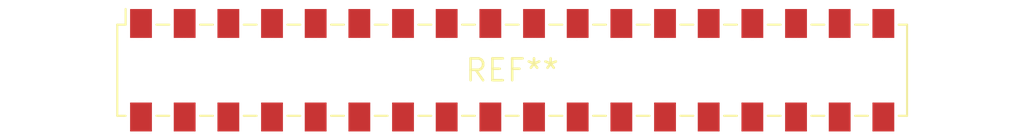
<source format=kicad_pcb>
(kicad_pcb (version 20240108) (generator pcbnew)
  (layers (0 "F.Cu" signal) (31 "B.Cu" signal) (34 "B.Paste" user) (35 "F.Paste" user) (36 "B.SilkS" user "B.Silkscreen") (37 "F.SilkS" user "F.Silkscreen") (38 "B.Mask" user) (39 "F.Mask" user) (44 "Edge.Cuts" user))
  (net 0 "")
  (footprint "Samtec_HLE-118-02-xxx-DV-BE_2x18_P2.54mm_Horizontal" (layer "F.Cu") (at 0 0)
    (property "Reference" "REF**")
    (property "Value" "Samtec_HLE-118-02-xxx-DV-BE_2x18_P2.54mm_Horizontal")
    (fp_line (start -22.97 -2.65) (end -22.97 2.65) (layer "F.SilkS") (stroke (width 0.12)))
    (fp_line (start -22.97 2.65) (end -22.485 2.65) (layer "F.SilkS") (stroke (width 0.12)))
    (fp_line (start -22.485 -3.56) (end -22.485 -2.65) (layer "F.SilkS") (stroke (width 0.12)))
    (fp_line (start -22.485 -2.65) (end -22.97 -2.65) (layer "F.SilkS") (stroke (width 0.12)))
    (fp_line (start -20.695 -2.65) (end -19.945 -2.65) (layer "F.SilkS") (stroke (width 0.12)))
    (fp_line (start -20.695 2.65) (end -19.945 2.65) (layer "F.SilkS") (stroke (width 0.12)))
    (fp_line (start -18.155 -2.65) (end -17.405 -2.65) (layer "F.SilkS") (stroke (width 0.12)))
    (fp_line (start -18.155 2.65) (end -17.405 2.65) (layer "F.SilkS") (stroke (width 0.12)))
    (fp_line (start -15.615 -2.65) (end -14.865 -2.65) (layer "F.SilkS") (stroke (width 0.12)))
    (fp_line (start -15.615 2.65) (end -14.865 2.65) (layer "F.SilkS") (stroke (width 0.12)))
    (fp_line (start -13.075 -2.65) (end -12.325 -2.65) (layer "F.SilkS") (stroke (width 0.12)))
    (fp_line (start -13.075 2.65) (end -12.325 2.65) (layer "F.SilkS") (stroke (width 0.12)))
    (fp_line (start -10.535 -2.65) (end -9.785 -2.65) (layer "F.SilkS") (stroke (width 0.12)))
    (fp_line (start -10.535 2.65) (end -9.785 2.65) (layer "F.SilkS") (stroke (width 0.12)))
    (fp_line (start -7.995 -2.65) (end -7.245 -2.65) (layer "F.SilkS") (stroke (width 0.12)))
    (fp_line (start -7.995 2.65) (end -7.245 2.65) (layer "F.SilkS") (stroke (width 0.12)))
    (fp_line (start -5.455 -2.65) (end -4.705 -2.65) (layer "F.SilkS") (stroke (width 0.12)))
    (fp_line (start -5.455 2.65) (end -4.705 2.65) (layer "F.SilkS") (stroke (width 0.12)))
    (fp_line (start -2.915 -2.65) (end -2.165 -2.65) (layer "F.SilkS") (stroke (width 0.12)))
    (fp_line (start -2.915 2.65) (end -2.165 2.65) (layer "F.SilkS") (stroke (width 0.12)))
    (fp_line (start -0.375 -2.65) (end 0.375 -2.65) (layer "F.SilkS") (stroke (width 0.12)))
    (fp_line (start -0.375 2.65) (end 0.375 2.65) (layer "F.SilkS") (stroke (width 0.12)))
    (fp_line (start 2.165 -2.65) (end 2.915 -2.65) (layer "F.SilkS") (stroke (width 0.12)))
    (fp_line (start 2.165 2.65) (end 2.915 2.65) (layer "F.SilkS") (stroke (width 0.12)))
    (fp_line (start 4.705 -2.65) (end 5.455 -2.65) (layer "F.SilkS") (stroke (width 0.12)))
    (fp_line (start 4.705 2.65) (end 5.455 2.65) (layer "F.SilkS") (stroke (width 0.12)))
    (fp_line (start 7.245 -2.65) (end 7.995 -2.65) (layer "F.SilkS") (stroke (width 0.12)))
    (fp_line (start 7.245 2.65) (end 7.995 2.65) (layer "F.SilkS") (stroke (width 0.12)))
    (fp_line (start 9.785 -2.65) (end 10.535 -2.65) (layer "F.SilkS") (stroke (width 0.12)))
    (fp_line (start 9.785 2.65) (end 10.535 2.65) (layer "F.SilkS") (stroke (width 0.12)))
    (fp_line (start 12.325 -2.65) (end 13.075 -2.65) (layer "F.SilkS") (stroke (width 0.12)))
    (fp_line (start 12.325 2.65) (end 13.075 2.65) (layer "F.SilkS") (stroke (width 0.12)))
    (fp_line (start 14.865 -2.65) (end 15.615 -2.65) (layer "F.SilkS") (stroke (width 0.12)))
    (fp_line (start 14.865 2.65) (end 15.615 2.65) (layer "F.SilkS") (stroke (width 0.12)))
    (fp_line (start 17.405 -2.65) (end 18.155 -2.65) (layer "F.SilkS") (stroke (width 0.12)))
    (fp_line (start 17.405 2.65) (end 18.155 2.65) (layer "F.SilkS") (stroke (width 0.12)))
    (fp_line (start 19.945 -2.65) (end 20.695 -2.65) (layer "F.SilkS") (stroke (width 0.12)))
    (fp_line (start 19.945 2.65) (end 20.695 2.65) (layer "F.SilkS") (stroke (width 0.12)))
    (fp_line (start 22.485 -2.65) (end 22.97 -2.65) (layer "F.SilkS") (stroke (width 0.12)))
    (fp_line (start 22.97 -2.65) (end 22.97 2.65) (layer "F.SilkS") (stroke (width 0.12)))
    (fp_line (start 22.97 2.65) (end 22.485 2.65) (layer "F.SilkS") (stroke (width 0.12)))
    (pad "" np_thru_hole circle (at -21.59 -1.27) (size 0.97 0.97) (drill 0.97) (layers *.Cu *.Mask))
    (pad "" np_thru_hole circle (at -21.59 1.27) (size 0.97 0.97) (drill 0.97) (layers *.Cu *.Mask))
    (pad "" np_thru_hole circle (at -19.05 -1.27) (size 0.97 0.97) (drill 0.97) (layers *.Cu *.Mask))
    (pad "" np_thru_hole circle (at -19.05 1.27) (size 0.97 0.97) (drill 0.97) (layers *.Cu *.Mask))
    (pad "" np_thru_hole circle (at -16.51 -1.27) (size 0.97 0.97) (drill 0.97) (layers *.Cu *.Mask))
    (pad "" np_thru_hole circle (at -16.51 1.27) (size 0.97 0.97) (drill 0.97) (layers *.Cu *.Mask))
    (pad "" np_thru_hole circle (at -13.97 -1.27) (size 0.97 0.97) (drill 0.97) (layers *.Cu *.Mask))
    (pad "" np_thru_hole circle (at -13.97 1.27) (size 0.97 0.97) (drill 0.97) (layers *.Cu *.Mask))
    (pad "" np_thru_hole circle (at -11.43 -1.27) (size 0.97 0.97) (drill 0.97) (layers *.Cu *.Mask))
    (pad "" np_thru_hole circle (at -11.43 1.27) (size 0.97 0.97) (drill 0.97) (layers *.Cu *.Mask))
    (pad "" np_thru_hole circle (at -8.89 -1.27) (size 0.97 0.97) (drill 0.97) (layers *.Cu *.Mask))
    (pad "" np_thru_hole circle (at -8.89 1.27) (size 0.97 0.97) (drill 0.97) (layers *.Cu *.Mask))
    (pad "" np_thru_hole circle (at -6.35 -1.27) (size 0.97 0.97) (drill 0.97) (layers *.Cu *.Mask))
    (pad "" np_thru_hole circle (at -6.35 1.27) (size 0.97 0.97) (drill 0.97) (layers *.Cu *.Mask))
    (pad "" np_thru_hole circle (at -3.81 -1.27) (size 0.97 0.97) (drill 0.97) (layers *.Cu *.Mask))
    (pad "" np_thru_hole circle (at -3.81 1.27) (size 0.97 0.97) (drill 0.97) (layers *.Cu *.Mask))
    (pad "" np_thru_hole circle (at -1.27 -1.27) (size 0.97 0.97) (drill 0.97) (layers *.Cu *.Mask))
    (pad "" np_thru_hole circle (at -1.27 1.27) (size 0.97 0.97) (drill 0.97) (layers *.Cu *.Mask))
    (pad "" np_thru_hole circle (at 1.27 -1.27) (size 0.97 0.97) (drill 0.97) (layers *.Cu *.Mask))
    (pad "" np_thru_hole circle (at 1.27 1.27) (size 0.97 0.97) (drill 0.97) (layers *.Cu *.Mask))
    (pad "" np_thru_hole circle (at 3.81 -1.27) (size 0.97 0.97) (drill 0.97) (layers *.Cu *.Mask))
    (pad "" np_thru_hole circle (at 3.81 1.27) (size 0.97 0.97) (drill 0.97) (layers *.Cu *.Mask))
    (pad "" np_thru_hole circle (at 6.35 -1.27) (size 0.97 0.97) (drill 0.97) (layers *.Cu *.Mask))
    (pad "" np_thru_hole circle (at 6.35 1.27) (size 0.97 0.97) (drill 0.97) (layers *.Cu *.Mask))
    (pad "" np_thru_hole circle (at 8.89 -1.27) (size 0.97 0.97) (drill 0.97) (layers *.Cu *.Mask))
    (pad "" np_thru_hole circle (at 8.89 1.27) (size 0.97 0.97) (drill 0.97) (layers *.Cu *.Mask))
    (pad "" np_thru_hole circle (at 11.43 -1.27) (size 0.97 0.97) (drill 0.97) (layers *.Cu *.Mask))
    (pad "" np_thru_hole circle (at 11.43 1.27) (size 0.97 0.97) (drill 0.97) (layers *.Cu *.Mask))
    (pad "" np_thru_hole circle (at 13.97 -1.27) (size 0.97 0.97) (drill 0.97) (layers *.Cu *.Mask))
    (pad "" np_thru_hole circle (at 13.97 1.27) (size 0.97 0.97) (drill 0.97) (layers *.Cu *.Mask))
    (pad "" np_thru_hole circle (at 16.51 -1.27) (size 0.97 0.97) (drill 0.97) (layers *.Cu *.Mask))
    (pad "" np_thru_hole circle (at 16.51 1.27) (size 0.97 0.97) (drill 0.97) (layers *.Cu *.Mask))
    (pad "" np_thru_hole circle (at 19.05 -1.27) (size 0.97 0.97) (drill 0.97) (layers *.Cu *.Mask))
    (pad "" np_thru_hole circle (at 19.05 1.27) (size 0.97 0.97) (drill 0.97) (layers *.Cu *.Mask))
    (pad "" np_thru_hole circle (at 21.59 -1.27) (size 0.97 0.97) (drill 0.97) (layers *.Cu *.Mask))
    (pad "" np_thru_hole circle (at 21.59 1.27) (size 0.97 0.97) (drill 0.97) (layers *.Cu *.Mask))
    (pad "1" smd rect (at -21.59 -2.72) (size 1.27 1.68) (layers "F.Cu" "F.Paste" "F.Mask"))
    (pad "2" smd rect (at -21.59 2.72) (size 1.27 1.68) (layers "F.Cu" "F.Paste" "F.Mask"))
    (pad "3" smd rect (at -19.05 -2.72) (size 1.27 1.68) (layers "F.Cu" "F.Paste" "F.Mask"))
    (pad "4" smd rect (at -19.05 2.72) (size 1.27 1.68) (layers "F.Cu" "F.Paste" "F.Mask"))
    (pad "5" smd rect (at -16.51 -2.72) (size 1.27 1.68) (layers "F.Cu" "F.Paste" "F.Mask"))
    (pad "6" smd rect (at -16.51 2.72) (size 1.27 1.68) (layers "F.Cu" "F.Paste" "F.Mask"))
    (pad "7" smd rect (at -13.97 -2.72) (size 1.27 1.68) (layers "F.Cu" "F.Paste" "F.Mask"))
    (pad "8" smd rect (at -13.97 2.72) (size 1.27 1.68) (layers "F.Cu" "F.Paste" "F.Mask"))
    (pad "9" smd rect (at -11.43 -2.72) (size 1.27 1.68) (layers "F.Cu" "F.Paste" "F.Mask"))
    (pad "10" smd rect (at -11.43 2.72) (size 1.27 1.68) (layers "F.Cu" "F.Paste" "F.Mask"))
    (pad "11" smd rect (at -8.89 -2.72) (size 1.27 1.68) (layers "F.Cu" "F.Paste" "F.Mask"))
    (pad "12" smd rect (at -8.89 2.72) (size 1.27 1.68) (layers "F.Cu" "F.Paste" "F.Mask"))
    (pad "13" smd rect (at -6.35 -2.72) (size 1.27 1.68) (layers "F.Cu" "F.Paste" "F.Mask"))
    (pad "14" smd rect (at -6.35 2.72) (size 1.27 1.68) (layers "F.Cu" "F.Paste" "F.Mask"))
    (pad "15" smd rect (at -3.81 -2.72) (size 1.27 1.68) (layers "F.Cu" "F.Paste" "F.Mask"))
    (pad "16" smd rect (at -3.81 2.72) (size 1.27 1.68) (layers "F.Cu" "F.Paste" "F.Mask"))
    (pad "17" smd rect (at -1.27 -2.72) (size 1.27 1.68) (layers "F.Cu" "F.Paste" "F.Mask"))
    (pad "18" smd rect (at -1.27 2.72) (size 1.27 1.68) (layers "F.Cu" "F.Paste" "F.Mask"))
    (pad "19" smd rect (at 1.27 -2.72) (size 1.27 1.68) (layers "F.Cu" "F.Paste" "F.Mask"))
    (pad "20" smd rect (at 1.27 2.72) (size 1.27 1.68) (layers "F.Cu" "F.Paste" "F.Mask"))
    (pad "21" smd rect (at 3.81 -2.72) (size 1.27 1.68) (layers "F.Cu" "F.Paste" "F.Mask"))
    (pad "22" smd rect (at 3.81 2.72) (size 1.27 1.68) (layers "F.Cu" "F.Paste" "F.Mask"))
    (pad "23" smd rect (at 6.35 -2.72) (size 1.27 1.68) (layers "F.Cu" "F.Paste" "F.Mask"))
    (pad "24" smd rect (at 6.35 2.72) (size 1.27 1.68) (layers "F.Cu" "F.Paste" "F.Mask"))
    (pad "25" smd rect (at 8.89 -2.72) (size 1.27 1.68) (layers "F.Cu" "F.Paste" "F.Mask"))
    (pad "26" smd rect (at 8.89 2.72) (size 1.27 1.68) (layers "F.Cu" "F.Paste" "F.Mask"))
    (pad "27" smd rect (at 11.43 -2.72) (size 1.27 1.68) (layers "F.Cu" "F.Paste" "F.Mask"))
    (pad "28" smd rect (at 11.43 2.72) (size 1.27 1.68) (layers "F.Cu" "F.Paste" "F.Mask"))
    (pad "29" smd rect (at 13.97 -2.72) (size 1.27 1.68) (layers "F.Cu" "F.Paste" "F.Mask"))
    (pad "30" smd rect (at 13.97 2.72) (size 1.27 1.68) (layers "F.Cu" "F.Paste" "F.Mask"))
    (pad "31" smd rect (at 16.51 -2.72) (size 1.27 1.68) (layers "F.Cu" "F.Paste" "F.Mask"))
    (pad "32" smd rect (at 16.51 2.72) (size 1.27 1.68) (layers "F.Cu" "F.Paste" "F.Mask"))
    (pad "33" smd rect (at 19.05 -2.72) (size 1.27 1.68) (layers "F.Cu" "F.Paste" "F.Mask"))
    (pad "34" smd rect (at 19.05 2.72) (size 1.27 1.68) (layers "F.Cu" "F.Paste" "F.Mask"))
    (pad "35" smd rect (at 21.59 -2.72) (size 1.27 1.68) (layers "F.Cu" "F.Paste" "F.Mask"))
    (pad "36" smd rect (at 21.59 2.72) (size 1.27 1.68) (layers "F.Cu" "F.Paste" "F.Mask"))
  )
)
</source>
